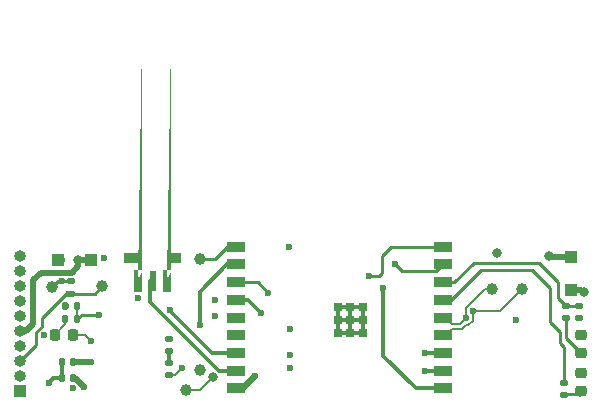
<source format=gtl>
%TF.GenerationSoftware,KiCad,Pcbnew,7.0.8*%
%TF.CreationDate,2023-12-27T11:14:03+01:00*%
%TF.ProjectId,Frost-ESP32,46726f73-742d-4455-9350-33322e6b6963,rev?*%
%TF.SameCoordinates,Original*%
%TF.FileFunction,Copper,L1,Top*%
%TF.FilePolarity,Positive*%
%FSLAX46Y46*%
G04 Gerber Fmt 4.6, Leading zero omitted, Abs format (unit mm)*
G04 Created by KiCad (PCBNEW 7.0.8) date 2023-12-27 11:14:03*
%MOMM*%
%LPD*%
G01*
G04 APERTURE LIST*
G04 Aperture macros list*
%AMRoundRect*
0 Rectangle with rounded corners*
0 $1 Rounding radius*
0 $2 $3 $4 $5 $6 $7 $8 $9 X,Y pos of 4 corners*
0 Add a 4 corners polygon primitive as box body*
4,1,4,$2,$3,$4,$5,$6,$7,$8,$9,$2,$3,0*
0 Add four circle primitives for the rounded corners*
1,1,$1+$1,$2,$3*
1,1,$1+$1,$4,$5*
1,1,$1+$1,$6,$7*
1,1,$1+$1,$8,$9*
0 Add four rect primitives between the rounded corners*
20,1,$1+$1,$2,$3,$4,$5,0*
20,1,$1+$1,$4,$5,$6,$7,0*
20,1,$1+$1,$6,$7,$8,$9,0*
20,1,$1+$1,$8,$9,$2,$3,0*%
%AMFreePoly0*
4,1,50,0.378536,0.903536,0.380000,0.900000,0.380000,-0.900000,0.378536,-0.903536,0.375000,-0.905000,-0.300000,-0.905000,-0.300044,-0.904981,-0.300089,-0.904999,-0.301794,-0.904256,-0.303536,-0.903536,-0.303554,-0.903491,-0.303599,-0.903472,-0.304286,-0.901723,-0.305000,-0.900000,-0.304981,-0.899955,-0.304999,-0.899911,-0.304841,-0.891038,-0.305186,-0.873322,-0.306398,-0.855695,-0.308474,-0.838092,
-0.309850,-0.829328,-0.309804,-0.829139,-0.309879,-0.828997,-0.310689,-0.820081,-0.312972,-0.802345,-0.316121,-0.784757,-0.320148,-0.767353,-0.322487,-0.758695,-0.322471,-0.758573,-0.322541,-0.758474,-0.324930,-0.747712,-0.330507,-0.726404,-0.337121,-0.705435,-0.344777,-0.684779,-0.348990,-0.674595,-0.348989,-0.674510,-0.349049,-0.674448,-0.352110,-0.666323,-0.358876,-0.650337,-0.366432,-0.634761,
-0.374802,-0.619564,-0.379292,-0.612119,-0.379494,-0.610781,-0.380010,-0.609532,-0.380000,-0.599995,-0.380000,0.900000,-0.378536,0.903536,-0.375000,0.905000,0.375000,0.905000,0.378536,0.903536,0.378536,0.903536,$1*%
%AMFreePoly1*
4,1,50,0.378536,0.903536,0.380000,0.900000,0.380000,-0.599995,0.380010,-0.609532,0.379494,-0.610781,0.379292,-0.612119,0.374802,-0.619564,0.366432,-0.634761,0.358876,-0.650337,0.352110,-0.666323,0.349049,-0.674447,0.348989,-0.674509,0.348990,-0.674595,0.344777,-0.684779,0.337119,-0.705441,0.330505,-0.726408,0.324930,-0.747712,0.322541,-0.758475,0.322471,-0.758574,0.322487,-0.758695,
0.320148,-0.767353,0.316122,-0.784753,0.312972,-0.802345,0.310689,-0.820081,0.309879,-0.828997,0.309804,-0.829139,0.309850,-0.829328,0.308474,-0.838092,0.306398,-0.855697,0.305186,-0.873322,0.304841,-0.891038,0.304999,-0.899910,0.304981,-0.899954,0.305000,-0.900000,0.304282,-0.901732,0.303599,-0.903472,0.303554,-0.903491,0.303536,-0.903536,0.301794,-0.904256,0.300089,-0.904999,
0.300044,-0.904981,0.300000,-0.905000,-0.375000,-0.905000,-0.378536,-0.903536,-0.380000,-0.900000,-0.380000,0.900000,-0.378536,0.903536,-0.375000,0.905000,0.375000,0.905000,0.378536,0.903536,0.378536,0.903536,$1*%
G04 Aperture macros list end*
%TA.AperFunction,SMDPad,CuDef*%
%ADD10C,1.000000*%
%TD*%
%TA.AperFunction,SMDPad,CuDef*%
%ADD11RoundRect,0.135000X0.185000X-0.135000X0.185000X0.135000X-0.185000X0.135000X-0.185000X-0.135000X0*%
%TD*%
%TA.AperFunction,SMDPad,CuDef*%
%ADD12RoundRect,0.135000X0.135000X0.185000X-0.135000X0.185000X-0.135000X-0.185000X0.135000X-0.185000X0*%
%TD*%
%TA.AperFunction,SMDPad,CuDef*%
%ADD13RoundRect,0.250000X-0.300000X0.300000X-0.300000X-0.300000X0.300000X-0.300000X0.300000X0.300000X0*%
%TD*%
%TA.AperFunction,ComponentPad*%
%ADD14R,1.000000X1.000000*%
%TD*%
%TA.AperFunction,ComponentPad*%
%ADD15O,1.000000X1.000000*%
%TD*%
%TA.AperFunction,SMDPad,CuDef*%
%ADD16RoundRect,0.140000X0.140000X0.170000X-0.140000X0.170000X-0.140000X-0.170000X0.140000X-0.170000X0*%
%TD*%
%TA.AperFunction,SMDPad,CuDef*%
%ADD17RoundRect,0.218750X-0.256250X0.218750X-0.256250X-0.218750X0.256250X-0.218750X0.256250X0.218750X0*%
%TD*%
%TA.AperFunction,SMDPad,CuDef*%
%ADD18RoundRect,0.135000X-0.185000X0.135000X-0.185000X-0.135000X0.185000X-0.135000X0.185000X0.135000X0*%
%TD*%
%TA.AperFunction,SMDPad,CuDef*%
%ADD19RoundRect,0.218750X0.218750X0.256250X-0.218750X0.256250X-0.218750X-0.256250X0.218750X-0.256250X0*%
%TD*%
%TA.AperFunction,SMDPad,CuDef*%
%ADD20RoundRect,0.140000X-0.170000X0.140000X-0.170000X-0.140000X0.170000X-0.140000X0.170000X0.140000X0*%
%TD*%
%TA.AperFunction,SMDPad,CuDef*%
%ADD21FreePoly0,180.000000*%
%TD*%
%TA.AperFunction,SMDPad,CuDef*%
%ADD22R,0.600000X1.800000*%
%TD*%
%TA.AperFunction,SMDPad,CuDef*%
%ADD23FreePoly1,180.000000*%
%TD*%
%TA.AperFunction,SMDPad,CuDef*%
%ADD24R,1.300000X0.900000*%
%TD*%
%TA.AperFunction,SMDPad,CuDef*%
%ADD25R,1.500000X0.900000*%
%TD*%
%TA.AperFunction,SMDPad,CuDef*%
%ADD26R,0.700000X0.700000*%
%TD*%
%TA.AperFunction,SMDPad,CuDef*%
%ADD27RoundRect,0.250000X0.300000X0.300000X-0.300000X0.300000X-0.300000X-0.300000X0.300000X-0.300000X0*%
%TD*%
%TA.AperFunction,ViaPad*%
%ADD28C,0.600000*%
%TD*%
%TA.AperFunction,ViaPad*%
%ADD29C,0.800000*%
%TD*%
%TA.AperFunction,Conductor*%
%ADD30C,0.300000*%
%TD*%
%TA.AperFunction,Conductor*%
%ADD31C,0.200000*%
%TD*%
%TA.AperFunction,Conductor*%
%ADD32C,0.500000*%
%TD*%
%TA.AperFunction,Conductor*%
%ADD33C,0.250000*%
%TD*%
G04 APERTURE END LIST*
D10*
%TO.P,TP7,1,1*%
%TO.N,/TX*%
X109500000Y-109900000D03*
%TD*%
%TO.P,TP6,1,1*%
%TO.N,/RX*%
X110700000Y-108200000D03*
%TD*%
D11*
%TO.P,R3,1*%
%TO.N,+3V3*%
X142800000Y-103810000D03*
%TO.P,R3,2*%
%TO.N,/LED_Green*%
X142800000Y-102790000D03*
%TD*%
D12*
%TO.P,R6,1*%
%TO.N,+3V3*%
X100310000Y-102800000D03*
%TO.P,R6,2*%
%TO.N,/GPIO8*%
X99290000Y-102800000D03*
%TD*%
D13*
%TO.P,D5,1,K*%
%TO.N,+5V*%
X142100000Y-98600000D03*
%TO.P,D5,2,A*%
%TO.N,/Vbus*%
X142100000Y-101400000D03*
%TD*%
D14*
%TO.P,J2,1,Pin_1*%
%TO.N,/Vconn*%
X95500000Y-109930000D03*
D15*
%TO.P,J2,2,Pin_2*%
%TO.N,/CANL*%
X95500000Y-108660000D03*
%TO.P,J2,3,Pin_3*%
%TO.N,/CANH*%
X95500000Y-107390000D03*
%TO.P,J2,4,Pin_4*%
%TO.N,GND*%
X95500000Y-106120000D03*
%TO.P,J2,5,Pin_5*%
%TO.N,+5V*%
X95500000Y-104850000D03*
%TO.P,J2,6,Pin_6*%
%TO.N,/RX*%
X95500000Y-103580000D03*
%TO.P,J2,7,Pin_7*%
%TO.N,/TX*%
X95500000Y-102310000D03*
%TO.P,J2,8,Pin_8*%
%TO.N,/GPIO8*%
X95500000Y-101040000D03*
%TO.P,J2,9,Pin_9*%
%TO.N,/GPIO10*%
X95500000Y-99770000D03*
%TO.P,J2,10,Pin_10*%
%TO.N,GND*%
X95500000Y-98500000D03*
%TD*%
D12*
%TO.P,R7,1*%
%TO.N,+3V3*%
X100310000Y-103900000D03*
%TO.P,R7,2*%
%TO.N,Net-(D1-A)*%
X99290000Y-103900000D03*
%TD*%
D10*
%TO.P,TP2,1,1*%
%TO.N,/USB_D-*%
X138000000Y-101300000D03*
%TD*%
%TO.P,TP3,1,1*%
%TO.N,/USB_D+*%
X135400000Y-101300000D03*
%TD*%
%TO.P,TP1,1,1*%
%TO.N,+3V3*%
X110750000Y-98750000D03*
%TD*%
D16*
%TO.P,C2,1*%
%TO.N,+3V3*%
X99980000Y-107500000D03*
%TO.P,C2,2*%
%TO.N,GND*%
X99020000Y-107500000D03*
%TD*%
D17*
%TO.P,D3,1,K*%
%TO.N,GND*%
X143000000Y-108412500D03*
%TO.P,D3,2,A*%
%TO.N,Net-(D3-A)*%
X143000000Y-109987500D03*
%TD*%
D11*
%TO.P,R5,1*%
%TO.N,Net-(D3-A)*%
X141500000Y-110310000D03*
%TO.P,R5,2*%
%TO.N,/LED_Blue*%
X141500000Y-109290000D03*
%TD*%
D10*
%TO.P,TP5,1,1*%
%TO.N,/CANH*%
X102400000Y-101100000D03*
%TD*%
D18*
%TO.P,R4,1*%
%TO.N,/CANL*%
X99800000Y-100690000D03*
%TO.P,R4,2*%
%TO.N,/CANH*%
X99800000Y-101710000D03*
%TD*%
D11*
%TO.P,R1,1*%
%TO.N,Net-(D4-A)*%
X141700000Y-103810000D03*
%TO.P,R1,2*%
%TO.N,/LED_Green*%
X141700000Y-102790000D03*
%TD*%
D19*
%TO.P,D1,1,K*%
%TO.N,GND*%
X99987500Y-105200000D03*
%TO.P,D1,2,A*%
%TO.N,Net-(D1-A)*%
X98412500Y-105200000D03*
%TD*%
D20*
%TO.P,C3,1*%
%TO.N,Net-(U1-EN{slash}CHIP_PU)*%
X108100000Y-107620000D03*
%TO.P,C3,2*%
%TO.N,GND*%
X108100000Y-108580000D03*
%TD*%
D21*
%TO.P,S1,1*%
%TO.N,GND*%
X107925000Y-100650000D03*
D22*
%TO.P,S1,2*%
%TO.N,/GPIO9*%
X106700000Y-100650000D03*
D23*
%TO.P,S1,3*%
%TO.N,GND*%
X105475000Y-100650000D03*
D24*
%TO.P,S1,S1*%
%TO.N,N/C*%
X108550000Y-98700000D03*
%TO.P,S1,S2*%
X104850000Y-98700000D03*
%TD*%
D25*
%TO.P,U1,1,3V3*%
%TO.N,+3V3*%
X113750000Y-97750000D03*
%TO.P,U1,2,EN/CHIP_PU*%
%TO.N,Net-(U1-EN{slash}CHIP_PU)*%
X113750000Y-99250000D03*
%TO.P,U1,3,GPIO4/ADC1_CH4*%
%TO.N,/SD_MOSI*%
X113750000Y-100750000D03*
%TO.P,U1,4,GPIO5/ADC2_CH0*%
%TO.N,/SD_SCK*%
X113750000Y-102250000D03*
%TO.P,U1,5,GPIO6*%
%TO.N,/SD_MISO*%
X113750000Y-103750000D03*
%TO.P,U1,6,GPIO7*%
%TO.N,/SD_CS*%
X113750000Y-105250000D03*
%TO.P,U1,7,GPIO8*%
%TO.N,/GPIO8*%
X113750000Y-106750000D03*
%TO.P,U1,8,GPIO9*%
%TO.N,/GPIO9*%
X113750000Y-108250000D03*
%TO.P,U1,9,GND*%
%TO.N,GND*%
X113750000Y-109750000D03*
%TO.P,U1,10,GPIO10*%
%TO.N,/GPIO10*%
X131250000Y-109750000D03*
%TO.P,U1,11,GPIO20/U0RXD*%
%TO.N,/RX*%
X131250000Y-108250000D03*
%TO.P,U1,12,GPIO21/U0TXD*%
%TO.N,/TX*%
X131250000Y-106750000D03*
%TO.P,U1,13,GPIO18/USB_D-*%
%TO.N,/USB_D-*%
X131250000Y-105250000D03*
%TO.P,U1,14,GPIO19/USB_D+*%
%TO.N,/USB_D+*%
X131250000Y-103750000D03*
%TO.P,U1,15,GPIO3/ADC1_CH3*%
%TO.N,/LED_Blue*%
X131250000Y-102250000D03*
%TO.P,U1,16,GPIO2/ADC1_CH2*%
%TO.N,/LED_Green*%
X131250000Y-100750000D03*
%TO.P,U1,17,GPIO1/ADC1_CH1/XTAL_32K_N*%
%TO.N,/CAN_TX*%
X131250000Y-99250000D03*
%TO.P,U1,18,GPIO0/ADC1_CH0/XTAL_32K_P*%
%TO.N,/CAN_RX*%
X131250000Y-97750000D03*
D26*
%TO.P,U1,19,GND*%
%TO.N,GND*%
X122360000Y-102850000D03*
X122360000Y-103950000D03*
X122360000Y-105050000D03*
X123410000Y-102850000D03*
X123410000Y-103950000D03*
X123410000Y-105050000D03*
X124560000Y-102850000D03*
X124560000Y-103950000D03*
X124560000Y-105050000D03*
%TD*%
D16*
%TO.P,C1,1*%
%TO.N,+5V*%
X99980000Y-108900000D03*
%TO.P,C1,2*%
%TO.N,GND*%
X99020000Y-108900000D03*
%TD*%
D10*
%TO.P,TP4,1,1*%
%TO.N,/CANL*%
X98200000Y-101200000D03*
%TD*%
D27*
%TO.P,D2,1,K*%
%TO.N,+5V*%
X101500000Y-98900000D03*
%TO.P,D2,2,A*%
%TO.N,/Vconn*%
X98700000Y-98900000D03*
%TD*%
D17*
%TO.P,D4,1,K*%
%TO.N,GND*%
X143000000Y-105212500D03*
%TO.P,D4,2,A*%
%TO.N,Net-(D4-A)*%
X143000000Y-106787500D03*
%TD*%
D11*
%TO.P,R2,1*%
%TO.N,Net-(U1-EN{slash}CHIP_PU)*%
X108100000Y-106610000D03*
%TO.P,R2,2*%
%TO.N,+3V3*%
X108100000Y-105590000D03*
%TD*%
D28*
%TO.N,/TX*%
X112000000Y-102275500D03*
D29*
X111800000Y-108800000D03*
D28*
%TO.N,/RX*%
X112000000Y-103600000D03*
D29*
X110700000Y-108200000D03*
D28*
%TO.N,/Vconn*%
X99000000Y-98900000D03*
%TO.N,+3V3*%
X108100000Y-105600000D03*
X101500000Y-107500000D03*
X118375000Y-104720000D03*
X102124307Y-103500554D03*
X97475500Y-105257744D03*
X113750000Y-97750000D03*
X142800000Y-103800000D03*
%TO.N,GND*%
X109200000Y-108000000D03*
D29*
X135900000Y-98300000D03*
D28*
X105475000Y-100650000D03*
X97900000Y-109300000D03*
X99923385Y-109720839D03*
X143000000Y-105212500D03*
X143000000Y-108500000D03*
X122360000Y-105050000D03*
X107925000Y-100650000D03*
X118375000Y-106920000D03*
X115400000Y-108700000D03*
X118250000Y-97750000D03*
X101500000Y-105700000D03*
%TO.N,/CANH*%
X99650500Y-101710000D03*
%TO.N,/CANL*%
X99000000Y-100690000D03*
%TO.N,+5V*%
X100900000Y-109637500D03*
D29*
X140300000Y-98500000D03*
X100400000Y-98900000D03*
D28*
%TO.N,/USB_D+*%
X133199479Y-103800521D03*
%TO.N,/USB_D-*%
X133800521Y-103199479D03*
%TO.N,/SD_CS*%
X113750000Y-105250000D03*
%TO.N,/CAN_RX*%
X105490969Y-102054500D03*
X125000000Y-100200000D03*
%TO.N,/CAN_TX*%
X127200000Y-99200000D03*
X102600000Y-98700000D03*
%TO.N,/SD_MOSI*%
X116500000Y-101660500D03*
%TO.N,/SD_SCK*%
X115895250Y-103354750D03*
%TO.N,/SD_MISO*%
X118375000Y-108020000D03*
X113750000Y-103750000D03*
%TO.N,/GPIO8*%
X99349500Y-102800000D03*
X108200000Y-103100000D03*
%TO.N,/GPIO10*%
X126250000Y-101250000D03*
%TO.N,/RX*%
X129750000Y-108250000D03*
%TO.N,/TX*%
X129750000Y-106750000D03*
%TO.N,Net-(U1-EN{slash}CHIP_PU)*%
X108100000Y-106610000D03*
X110700000Y-104400000D03*
%TO.N,/Vbus*%
X137500000Y-103925500D03*
D29*
X143200000Y-101600000D03*
%TD*%
D30*
%TO.N,GND*%
X107925000Y-100650000D02*
X107725000Y-100650000D01*
X105475000Y-100650000D02*
X105275000Y-100650000D01*
D31*
%TO.N,/TX*%
X110700000Y-109900000D02*
X111800000Y-108800000D01*
X109500000Y-109900000D02*
X110700000Y-109900000D01*
D32*
%TO.N,+5V*%
X100400000Y-99400000D02*
X100400000Y-98900000D01*
X96600000Y-100600000D02*
X97260000Y-99940000D01*
X96600000Y-104250000D02*
X96600000Y-100600000D01*
X99860000Y-99940000D02*
X100400000Y-99400000D01*
X96000000Y-104850000D02*
X96600000Y-104250000D01*
X95500000Y-104850000D02*
X96000000Y-104850000D01*
X97260000Y-99940000D02*
X99860000Y-99940000D01*
D33*
%TO.N,/CANH*%
X96850500Y-104998860D02*
X96850500Y-106039500D01*
X97300000Y-104549360D02*
X96850500Y-104998860D01*
X96850500Y-106039500D02*
X95500000Y-107390000D01*
X99409462Y-101710000D02*
X97300000Y-103819462D01*
X99650500Y-101710000D02*
X99409462Y-101710000D01*
X97300000Y-103819462D02*
X97300000Y-104549360D01*
%TO.N,GND*%
X143000000Y-105212500D02*
X143000000Y-105500000D01*
D31*
%TO.N,Net-(D1-A)*%
X99290000Y-103900000D02*
X99290000Y-104322500D01*
X99290000Y-104322500D02*
X98412500Y-105200000D01*
D33*
%TO.N,+3V3*%
X108100000Y-105590000D02*
X108100000Y-105600000D01*
X113000000Y-97750000D02*
X112000000Y-98750000D01*
D31*
X100310000Y-102800000D02*
X100310000Y-103900000D01*
D33*
X113750000Y-97750000D02*
X113000000Y-97750000D01*
X142800000Y-103810000D02*
X142800000Y-103800000D01*
X100709446Y-103500554D02*
X100310000Y-103900000D01*
X102124307Y-103500554D02*
X100709446Y-103500554D01*
D32*
X101500000Y-107500000D02*
X99980000Y-107500000D01*
D33*
X112000000Y-98750000D02*
X110750000Y-98750000D01*
D30*
%TO.N,GND*%
X97900000Y-109300000D02*
X98300000Y-108900000D01*
X124560000Y-105050000D02*
X122360000Y-105050000D01*
D32*
X115400000Y-108700000D02*
X114350000Y-109750000D01*
D30*
X123410000Y-102850000D02*
X123410000Y-105050000D01*
D31*
X108620000Y-108580000D02*
X109200000Y-108000000D01*
X101000000Y-105200000D02*
X99987500Y-105200000D01*
X108100000Y-108580000D02*
X108620000Y-108580000D01*
D30*
X122360000Y-102850000D02*
X124560000Y-102850000D01*
X99020000Y-107500000D02*
X99020000Y-108900000D01*
X122360000Y-103950000D02*
X124560000Y-103950000D01*
X98300000Y-108900000D02*
X99020000Y-108900000D01*
D31*
X101500000Y-105700000D02*
X101000000Y-105200000D01*
D33*
X143000000Y-108412500D02*
X143000000Y-108500000D01*
D30*
X124560000Y-102850000D02*
X124560000Y-105050000D01*
D32*
X114350000Y-109750000D02*
X113750000Y-109750000D01*
D30*
X122360000Y-102850000D02*
X122360000Y-105050000D01*
D33*
%TO.N,/CANH*%
X99800000Y-101710000D02*
X101790000Y-101710000D01*
X101790000Y-101710000D02*
X102400000Y-101100000D01*
%TO.N,/CANL*%
X99000000Y-100690000D02*
X98710000Y-100690000D01*
X99000000Y-100690000D02*
X99800000Y-100690000D01*
X98710000Y-100690000D02*
X98200000Y-101200000D01*
D32*
%TO.N,+5V*%
X142100000Y-98600000D02*
X140400000Y-98600000D01*
X140400000Y-98600000D02*
X140300000Y-98500000D01*
X99980000Y-108900000D02*
X100162500Y-108900000D01*
X100162500Y-108900000D02*
X100900000Y-109637500D01*
X100400000Y-98900000D02*
X101500000Y-98900000D01*
D31*
%TO.N,/USB_D+*%
X134851471Y-101300000D02*
X135400000Y-101300000D01*
X133199479Y-103800521D02*
X133199479Y-102951992D01*
X133199479Y-103800521D02*
X132725000Y-104275000D01*
X133199479Y-102951992D02*
X134851471Y-101300000D01*
X131550000Y-103750000D02*
X131250000Y-103750000D01*
X132725000Y-104275000D02*
X132075000Y-104275000D01*
X132075000Y-104275000D02*
X131550000Y-103750000D01*
%TO.N,/USB_D-*%
X133800521Y-103199479D02*
X136100521Y-103199479D01*
X132911398Y-104725000D02*
X132075000Y-104725000D01*
X133235877Y-104400521D02*
X132911398Y-104725000D01*
X133800521Y-103835877D02*
X133799479Y-103836919D01*
X136100521Y-103199479D02*
X138000000Y-101300000D01*
X133800521Y-103199479D02*
X133800521Y-103835877D01*
X133448008Y-104400521D02*
X133235877Y-104400521D01*
X132075000Y-104725000D02*
X131550000Y-105250000D01*
X131550000Y-105250000D02*
X131250000Y-105250000D01*
X133799479Y-103836919D02*
X133799479Y-104049050D01*
X133799479Y-104049050D02*
X133448008Y-104400521D01*
D33*
%TO.N,Net-(D3-A)*%
X142787500Y-110200000D02*
X143000000Y-109987500D01*
X141610000Y-110200000D02*
X142787500Y-110200000D01*
X141500000Y-110310000D02*
X141610000Y-110200000D01*
X142777500Y-110260000D02*
X143000000Y-110037500D01*
%TO.N,/CAN_RX*%
X125000000Y-100200000D02*
X125833884Y-100200000D01*
X126100000Y-99933884D02*
X126100000Y-98500000D01*
X126100000Y-98500000D02*
X126850000Y-97750000D01*
X126850000Y-97750000D02*
X131250000Y-97750000D01*
X125833884Y-100200000D02*
X126100000Y-99933884D01*
%TO.N,/CAN_TX*%
X127200000Y-99200000D02*
X127800000Y-99800000D01*
X130700000Y-99800000D02*
X131250000Y-99250000D01*
X127800000Y-99800000D02*
X130700000Y-99800000D01*
%TO.N,/SD_MOSI*%
X116500000Y-101660500D02*
X115589500Y-100750000D01*
X115589500Y-100750000D02*
X113750000Y-100750000D01*
D30*
%TO.N,/SD_SCK*%
X115895250Y-103354750D02*
X114790500Y-102250000D01*
X114790500Y-102250000D02*
X113750000Y-102250000D01*
%TO.N,/GPIO8*%
X108200000Y-103100000D02*
X108200000Y-103200000D01*
X111750000Y-106750000D02*
X113750000Y-106750000D01*
D33*
X99349500Y-102800000D02*
X99290000Y-102800000D01*
D30*
X108200000Y-103200000D02*
X111750000Y-106750000D01*
%TO.N,/GPIO9*%
X112330761Y-108250000D02*
X113750000Y-108250000D01*
X106500000Y-100650000D02*
X106500000Y-102419239D01*
X106500000Y-102419239D02*
X112330761Y-108250000D01*
%TO.N,/GPIO10*%
X129000000Y-109750000D02*
X131250000Y-109750000D01*
X126250000Y-101250000D02*
X126250000Y-107000000D01*
X126250000Y-107000000D02*
X129000000Y-109750000D01*
%TO.N,/RX*%
X131250000Y-108250000D02*
X129750000Y-108250000D01*
%TO.N,/TX*%
X131250000Y-106750000D02*
X129750000Y-106750000D01*
D33*
%TO.N,Net-(D4-A)*%
X141700000Y-103810000D02*
X141700000Y-105487500D01*
X141700000Y-105487500D02*
X143000000Y-106787500D01*
D30*
%TO.N,Net-(U1-EN{slash}CHIP_PU)*%
X108100000Y-106610000D02*
X108100000Y-107620000D01*
X110700000Y-101550000D02*
X110700000Y-104400000D01*
X113000000Y-99250000D02*
X110700000Y-101550000D01*
X113750000Y-99250000D02*
X113000000Y-99250000D01*
D33*
%TO.N,/LED_Green*%
X141000000Y-100700000D02*
X139400000Y-99100000D01*
X141700000Y-102790000D02*
X142800000Y-102790000D01*
X132250000Y-100750000D02*
X131250000Y-100750000D01*
X141000000Y-102090000D02*
X141000000Y-100700000D01*
X141700000Y-102790000D02*
X141000000Y-102090000D01*
X133900000Y-99100000D02*
X132250000Y-100750000D01*
X139400000Y-99100000D02*
X133900000Y-99100000D01*
%TO.N,/LED_Blue*%
X140350000Y-104150000D02*
X141200000Y-105000000D01*
X134550000Y-99700000D02*
X138800000Y-99700000D01*
X141200000Y-105900000D02*
X141500000Y-106200000D01*
X141500000Y-106200000D02*
X141500000Y-109290000D01*
X131250000Y-102250000D02*
X132000000Y-102250000D01*
X140350000Y-101250000D02*
X140350000Y-104150000D01*
X132000000Y-102250000D02*
X134550000Y-99700000D01*
X141200000Y-105000000D02*
X141200000Y-105900000D01*
X138800000Y-99700000D02*
X140350000Y-101250000D01*
D32*
%TO.N,/Vbus*%
X143000000Y-101400000D02*
X143200000Y-101600000D01*
X142100000Y-101400000D02*
X143000000Y-101400000D01*
%TD*%
M02*

</source>
